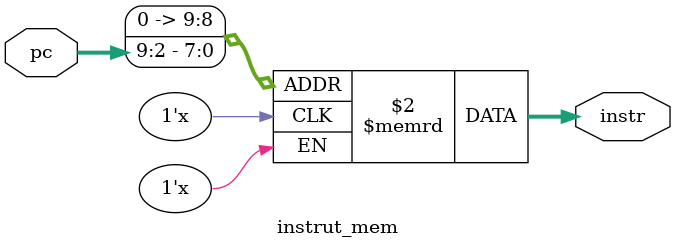
<source format=v>
module instrut_mem(
    input [9:0] pc, 
    output reg [31:0] instr
);
    reg [31:0] memory[0:1023];

    always @(*) begin
        instr = memory[pc >> 2]; 
    end
endmodule

</source>
